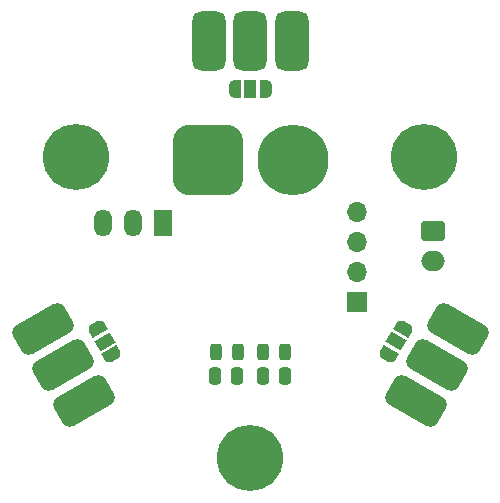
<source format=gbr>
%TF.GenerationSoftware,KiCad,Pcbnew,(7.0.0)*%
%TF.CreationDate,2023-06-29T15:53:59-07:00*%
%TF.ProjectId,GlowPrism Corner PCB,476c6f77-5072-4697-936d-20436f726e65,rev?*%
%TF.SameCoordinates,Original*%
%TF.FileFunction,Soldermask,Bot*%
%TF.FilePolarity,Negative*%
%FSLAX46Y46*%
G04 Gerber Fmt 4.6, Leading zero omitted, Abs format (unit mm)*
G04 Created by KiCad (PCBNEW (7.0.0)) date 2023-06-29 15:53:59*
%MOMM*%
%LPD*%
G01*
G04 APERTURE LIST*
G04 Aperture macros list*
%AMRoundRect*
0 Rectangle with rounded corners*
0 $1 Rounding radius*
0 $2 $3 $4 $5 $6 $7 $8 $9 X,Y pos of 4 corners*
0 Add a 4 corners polygon primitive as box body*
4,1,4,$2,$3,$4,$5,$6,$7,$8,$9,$2,$3,0*
0 Add four circle primitives for the rounded corners*
1,1,$1+$1,$2,$3*
1,1,$1+$1,$4,$5*
1,1,$1+$1,$6,$7*
1,1,$1+$1,$8,$9*
0 Add four rect primitives between the rounded corners*
20,1,$1+$1,$2,$3,$4,$5,0*
20,1,$1+$1,$4,$5,$6,$7,0*
20,1,$1+$1,$6,$7,$8,$9,0*
20,1,$1+$1,$8,$9,$2,$3,0*%
%AMRotRect*
0 Rectangle, with rotation*
0 The origin of the aperture is its center*
0 $1 length*
0 $2 width*
0 $3 Rotation angle, in degrees counterclockwise*
0 Add horizontal line*
21,1,$1,$2,0,0,$3*%
%AMFreePoly0*
4,1,19,0.550000,-0.750000,0.000000,-0.750000,-0.000001,-0.744911,-0.071157,-0.744911,-0.207708,-0.704817,-0.327430,-0.627875,-0.420627,-0.520320,-0.479746,-0.390866,-0.500000,-0.250000,-0.500000,0.250000,-0.479746,0.390866,-0.420627,0.520320,-0.327430,0.627875,-0.207707,0.704816,-0.071157,0.744911,0.000001,0.744911,0.000000,0.750000,0.550000,0.750000,0.550000,-0.750000,0.550000,-0.750000,
$1*%
%AMFreePoly1*
4,1,19,0.000001,0.744911,0.071157,0.744911,0.207708,0.704817,0.327430,0.627875,0.420627,0.520320,0.479746,0.390866,0.500000,0.250000,0.500000,-0.250000,0.479746,-0.390866,0.420627,-0.520320,0.327430,-0.627875,0.207707,-0.704816,0.071157,-0.744911,-0.000001,-0.744911,0.000000,-0.750000,-0.550000,-0.750000,-0.550000,0.750000,0.000000,0.750000,0.000001,0.744911,0.000001,0.744911,
$1*%
G04 Aperture macros list end*
%ADD10RoundRect,0.700000X1.908846X-0.293782X-1.208846X1.506218X-1.908846X0.293782X1.208846X-1.506218X0*%
%ADD11R,1.700000X1.700000*%
%ADD12O,1.700000X1.700000*%
%ADD13RoundRect,0.250000X-0.750000X0.600000X-0.750000X-0.600000X0.750000X-0.600000X0.750000X0.600000X0*%
%ADD14O,2.000000X1.700000*%
%ADD15C,5.600000*%
%ADD16R,1.500000X2.300000*%
%ADD17O,1.500000X2.300000*%
%ADD18RoundRect,0.250000X-0.250000X-0.475000X0.250000X-0.475000X0.250000X0.475000X-0.250000X0.475000X0*%
%ADD19RoundRect,1.500000X-1.500000X-1.500000X1.500000X-1.500000X1.500000X1.500000X-1.500000X1.500000X0*%
%ADD20C,6.000000*%
%ADD21FreePoly0,120.000000*%
%ADD22RotRect,1.000000X1.500000X120.000000*%
%ADD23FreePoly1,120.000000*%
%ADD24RoundRect,0.243750X-0.243750X-0.456250X0.243750X-0.456250X0.243750X0.456250X-0.243750X0.456250X0*%
%ADD25FreePoly0,240.000000*%
%ADD26RotRect,1.000000X1.500000X240.000000*%
%ADD27FreePoly1,240.000000*%
%ADD28RoundRect,0.243750X0.243750X0.456250X-0.243750X0.456250X-0.243750X-0.456250X0.243750X-0.456250X0*%
%ADD29RoundRect,0.250000X0.250000X0.475000X-0.250000X0.475000X-0.250000X-0.475000X0.250000X-0.475000X0*%
%ADD30RoundRect,0.700000X-0.700000X1.800000X-0.700000X-1.800000X0.700000X-1.800000X0.700000X1.800000X0*%
%ADD31FreePoly0,0.000000*%
%ADD32R,1.000000X1.500000*%
%ADD33FreePoly1,0.000000*%
%ADD34RoundRect,0.700000X-1.208846X-1.506218X1.908846X0.293782X1.208846X1.506218X-1.908846X-0.293782X0*%
G04 APERTURE END LIST*
D10*
%TO.C,J3*%
X17572284Y-6103911D03*
X15822284Y-9135000D03*
X14072284Y-12166089D03*
%TD*%
D11*
%TO.C,J8*%
X8999999Y-3809999D03*
D12*
X8999999Y-1269999D03*
X8999999Y1269999D03*
X8999999Y3809999D03*
%TD*%
D13*
%TO.C,J9*%
X15468600Y2184400D03*
D14*
X15468599Y-315599D03*
%TD*%
D15*
%TO.C,H2*%
X14722432Y8500000D03*
%TD*%
D16*
%TO.C,U1*%
X-7416799Y2895599D03*
D17*
X-9956799Y2895599D03*
X-12496799Y2895599D03*
%TD*%
D15*
%TO.C,H1*%
X0Y-17000000D03*
%TD*%
%TO.C,H3*%
X-14722432Y8500000D03*
%TD*%
D18*
%TO.C,R3*%
X-2997200Y-10058400D03*
X-1097200Y-10058400D03*
%TD*%
D19*
%TO.C,J7*%
X-3600000Y8250000D03*
D20*
X3600000Y8250000D03*
%TD*%
D21*
%TO.C,JP5*%
X-11669000Y-8288633D03*
D22*
X-12318999Y-7162799D03*
D23*
X-12969000Y-6036967D03*
%TD*%
D24*
%TO.C,D4*%
X-2937500Y-8000000D03*
X-1062500Y-8000000D03*
%TD*%
D25*
%TO.C,JP7*%
X12994400Y-6011567D03*
D26*
X12344399Y-7137399D03*
D27*
X11694400Y-8263233D03*
%TD*%
D28*
%TO.C,D5*%
X2937500Y-8000000D03*
X1062500Y-8000000D03*
%TD*%
D29*
%TO.C,R4*%
X2956600Y-10058400D03*
X1056600Y-10058400D03*
%TD*%
D30*
%TO.C,J2*%
X-3500000Y18270000D03*
X0Y18270000D03*
X3500000Y18270000D03*
%TD*%
D31*
%TO.C,JP6*%
X-1295400Y14224000D03*
D32*
X4599Y14223999D03*
D33*
X1304600Y14224000D03*
%TD*%
D34*
%TO.C,J1*%
X-14072284Y-12166089D03*
X-15822284Y-9135000D03*
X-17572284Y-6103911D03*
%TD*%
M02*

</source>
